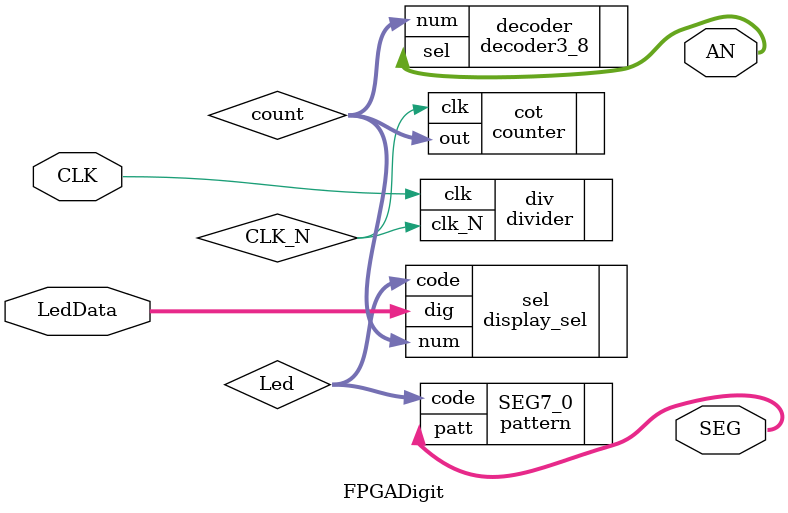
<source format=v>
module FPGADigit(LedData,CLK,SEG,AN);
    input CLK;//¿ª·¢°åµÄÊ±ÖÓÔ´
    input [31:0] LedData;//LedDataÏÔÊ¾µÄÊý¾Ý
    output [7:0] SEG;//7¶ÎÒëÂëÐÅºÅ
    output [7:0] AN;// ÊýÂë¹ÜÆ¬Ñ¡ÐÅºÅ
    
    wire CLK_N;//¸ßÆµÊ±ÖÓÐÅºÅ
    wire [3:0] Led;//ÊýÂë¹ÜÏÔÊ¾Êý¾Ý
    wire [2:0] count;//¼ÆÊýÆ÷¼ÆÊý
   
    //ÊµÀý»¯Ä£¿é
    divider #(5000) div(.clk(CLK),.clk_N(CLK_N));//»ñµÃÒ»¸ö¸ßÆµÐÅºÅCLK_N
    counter cot(.clk(CLK_N),.out(count));//¸ßÆµ¼ÆÊýÆ÷
    decoder3_8 decoder(.num(count),.sel(AN));//»ñµÃÊýÂë¹ÜÆ¬Ñ¡ÐÅºÅ
    display_sel sel(.num(count), .dig(LedData), .code(Led));
    pattern SEG7_0(.code(Led),.patt(SEG));
endmodule
</source>
